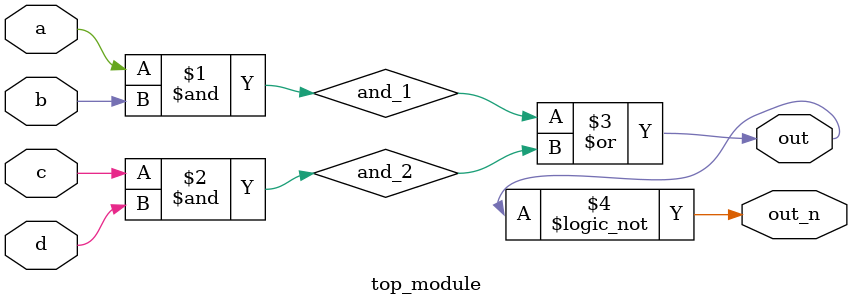
<source format=v>
`default_nettype none
module top_module(
    input a,
    input b,
    input c,
    input d,
    output out,
    output out_n   ); 

    wire and_1, and_2;

    assign and_1 = a & b;
    assign and_2 = c & d;

    assign out = and_1 | and_2;
    assign out_n = !out;

endmodule

</source>
